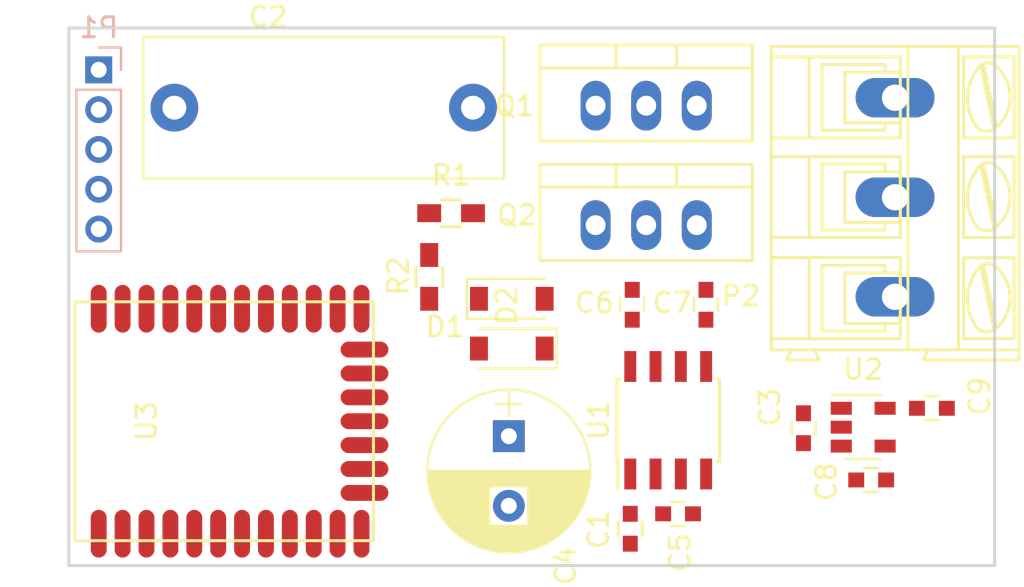
<source format=kicad_pcb>
(kicad_pcb (version 4) (host pcbnew 4.0.2-stable)

  (general
    (links 45)
    (no_connects 45)
    (area 140.924999 76.924999 187.575001 104.075001)
    (thickness 1.6)
    (drawings 4)
    (tracks 0)
    (zones 0)
    (modules 20)
    (nets 18)
  )

  (page A4)
  (layers
    (0 F.Cu signal)
    (31 B.Cu signal)
    (32 B.Adhes user)
    (33 F.Adhes user)
    (34 B.Paste user)
    (35 F.Paste user)
    (36 B.SilkS user)
    (37 F.SilkS user)
    (38 B.Mask user)
    (39 F.Mask user)
    (40 Dwgs.User user)
    (41 Cmts.User user)
    (42 Eco1.User user)
    (43 Eco2.User user)
    (44 Edge.Cuts user)
    (45 Margin user)
    (46 B.CrtYd user)
    (47 F.CrtYd user)
    (48 B.Fab user)
    (49 F.Fab user)
  )

  (setup
    (last_trace_width 0.25)
    (user_trace_width 0.3)
    (user_trace_width 0.5)
    (user_trace_width 0.7)
    (user_trace_width 0.9)
    (user_trace_width 1.1)
    (trace_clearance 0.2)
    (zone_clearance 0.508)
    (zone_45_only yes)
    (trace_min 0.2)
    (segment_width 0.2)
    (edge_width 0.15)
    (via_size 0.6)
    (via_drill 0.4)
    (via_min_size 0.4)
    (via_min_drill 0.3)
    (uvia_size 0.3)
    (uvia_drill 0.1)
    (uvias_allowed no)
    (uvia_min_size 0.2)
    (uvia_min_drill 0.1)
    (pcb_text_width 0.3)
    (pcb_text_size 1.5 1.5)
    (mod_edge_width 0.15)
    (mod_text_size 1 1)
    (mod_text_width 0.15)
    (pad_size 1.524 1.524)
    (pad_drill 0.762)
    (pad_to_mask_clearance 0.2)
    (aux_axis_origin 0 0)
    (visible_elements 7FFEFFFF)
    (pcbplotparams
      (layerselection 0x00030_80000001)
      (usegerberextensions false)
      (excludeedgelayer true)
      (linewidth 0.100000)
      (plotframeref false)
      (viasonmask false)
      (mode 1)
      (useauxorigin false)
      (hpglpennumber 1)
      (hpglpenspeed 20)
      (hpglpendiameter 15)
      (hpglpenoverlay 2)
      (psnegative false)
      (psa4output false)
      (plotreference true)
      (plotvalue true)
      (plotinvisibletext false)
      (padsonsilk false)
      (subtractmaskfromsilk false)
      (outputformat 1)
      (mirror false)
      (drillshape 1)
      (scaleselection 1)
      (outputdirectory ""))
  )

  (net 0 "")
  (net 1 GNDD)
  (net 2 /V+)
  (net 3 /V-)
  (net 4 /Gate)
  (net 5 GNDPWR)
  (net 6 "Net-(C2-Pad1)")
  (net 7 +6V)
  (net 8 "Net-(C5-Pad2)")
  (net 9 "Net-(C6-Pad2)")
  (net 10 "Net-(C7-Pad2)")
  (net 11 /DBG_RESET)
  (net 12 /DBG_CLK)
  (net 13 /DBG_SWD)
  (net 14 +3V3)
  (net 15 "Net-(C8-Pad1)")
  (net 16 "Net-(D1-Pad1)")
  (net 17 /OutputEn)

  (net_class Default "This is the default net class."
    (clearance 0.2)
    (trace_width 0.25)
    (via_dia 0.6)
    (via_drill 0.4)
    (uvia_dia 0.3)
    (uvia_drill 0.1)
    (add_net +3V3)
    (add_net +6V)
    (add_net /DBG_CLK)
    (add_net /DBG_RESET)
    (add_net /DBG_SWD)
    (add_net /Gate)
    (add_net /OutputEn)
    (add_net GNDD)
    (add_net "Net-(C2-Pad1)")
    (add_net "Net-(C5-Pad2)")
    (add_net "Net-(C6-Pad2)")
    (add_net "Net-(C7-Pad2)")
    (add_net "Net-(C8-Pad1)")
    (add_net "Net-(D1-Pad1)")
  )

  (net_class "High Votlage" ""
    (clearance 2.54)
    (trace_width 1)
    (via_dia 3)
    (via_drill 1)
    (uvia_dia 0.3)
    (uvia_drill 0.1)
    (add_net /V+)
    (add_net /V-)
    (add_net GNDPWR)
  )

  (module Capacitors_ThroughHole:CP_Radial_D8.0mm_P3.50mm (layer F.Cu) (tedit 58765D06) (tstamp 587FE5EB)
    (at 163.1 97.5 270)
    (descr "CP, Radial series, Radial, pin pitch=3.50mm, , diameter=8mm, Electrolytic Capacitor")
    (tags "CP Radial series Radial pin pitch 3.50mm  diameter 8mm Electrolytic Capacitor")
    (path /5878950B)
    (fp_text reference C4 (at 6.5 -2.85 270) (layer F.SilkS)
      (effects (font (size 1 1) (thickness 0.15)))
    )
    (fp_text value 100uF (at 1.75 5.06 270) (layer F.Fab)
      (effects (font (size 1 1) (thickness 0.15)))
    )
    (fp_line (start 6.1 -4.35) (end -2.6 -4.35) (layer F.CrtYd) (width 0.05))
    (fp_line (start 6.1 4.35) (end 6.1 -4.35) (layer F.CrtYd) (width 0.05))
    (fp_line (start -2.6 4.35) (end 6.1 4.35) (layer F.CrtYd) (width 0.05))
    (fp_line (start -2.6 -4.35) (end -2.6 4.35) (layer F.CrtYd) (width 0.05))
    (fp_line (start -1.6 -0.65) (end -1.6 0.65) (layer F.SilkS) (width 0.12))
    (fp_line (start -2.2 0) (end -1 0) (layer F.SilkS) (width 0.12))
    (fp_line (start 5.831 -0.246) (end 5.831 0.246) (layer F.SilkS) (width 0.12))
    (fp_line (start 5.791 -0.598) (end 5.791 0.598) (layer F.SilkS) (width 0.12))
    (fp_line (start 5.751 -0.814) (end 5.751 0.814) (layer F.SilkS) (width 0.12))
    (fp_line (start 5.711 -0.983) (end 5.711 0.983) (layer F.SilkS) (width 0.12))
    (fp_line (start 5.671 -1.127) (end 5.671 1.127) (layer F.SilkS) (width 0.12))
    (fp_line (start 5.631 -1.254) (end 5.631 1.254) (layer F.SilkS) (width 0.12))
    (fp_line (start 5.591 -1.369) (end 5.591 1.369) (layer F.SilkS) (width 0.12))
    (fp_line (start 5.551 -1.473) (end 5.551 1.473) (layer F.SilkS) (width 0.12))
    (fp_line (start 5.511 -1.57) (end 5.511 1.57) (layer F.SilkS) (width 0.12))
    (fp_line (start 5.471 -1.66) (end 5.471 1.66) (layer F.SilkS) (width 0.12))
    (fp_line (start 5.431 -1.745) (end 5.431 1.745) (layer F.SilkS) (width 0.12))
    (fp_line (start 5.391 -1.826) (end 5.391 1.826) (layer F.SilkS) (width 0.12))
    (fp_line (start 5.351 -1.902) (end 5.351 1.902) (layer F.SilkS) (width 0.12))
    (fp_line (start 5.311 -1.974) (end 5.311 1.974) (layer F.SilkS) (width 0.12))
    (fp_line (start 5.271 -2.043) (end 5.271 2.043) (layer F.SilkS) (width 0.12))
    (fp_line (start 5.231 -2.109) (end 5.231 2.109) (layer F.SilkS) (width 0.12))
    (fp_line (start 5.191 -2.173) (end 5.191 2.173) (layer F.SilkS) (width 0.12))
    (fp_line (start 5.151 -2.234) (end 5.151 2.234) (layer F.SilkS) (width 0.12))
    (fp_line (start 5.111 -2.293) (end 5.111 2.293) (layer F.SilkS) (width 0.12))
    (fp_line (start 5.071 -2.349) (end 5.071 2.349) (layer F.SilkS) (width 0.12))
    (fp_line (start 5.031 -2.404) (end 5.031 2.404) (layer F.SilkS) (width 0.12))
    (fp_line (start 4.991 -2.457) (end 4.991 2.457) (layer F.SilkS) (width 0.12))
    (fp_line (start 4.951 -2.508) (end 4.951 2.508) (layer F.SilkS) (width 0.12))
    (fp_line (start 4.911 -2.557) (end 4.911 2.557) (layer F.SilkS) (width 0.12))
    (fp_line (start 4.871 -2.605) (end 4.871 2.605) (layer F.SilkS) (width 0.12))
    (fp_line (start 4.831 -2.652) (end 4.831 2.652) (layer F.SilkS) (width 0.12))
    (fp_line (start 4.791 -2.697) (end 4.791 2.697) (layer F.SilkS) (width 0.12))
    (fp_line (start 4.751 -2.74) (end 4.751 2.74) (layer F.SilkS) (width 0.12))
    (fp_line (start 4.711 -2.783) (end 4.711 2.783) (layer F.SilkS) (width 0.12))
    (fp_line (start 4.671 -2.824) (end 4.671 2.824) (layer F.SilkS) (width 0.12))
    (fp_line (start 4.631 -2.865) (end 4.631 2.865) (layer F.SilkS) (width 0.12))
    (fp_line (start 4.591 -2.904) (end 4.591 2.904) (layer F.SilkS) (width 0.12))
    (fp_line (start 4.551 -2.942) (end 4.551 2.942) (layer F.SilkS) (width 0.12))
    (fp_line (start 4.511 -2.979) (end 4.511 2.979) (layer F.SilkS) (width 0.12))
    (fp_line (start 4.471 0.98) (end 4.471 3.015) (layer F.SilkS) (width 0.12))
    (fp_line (start 4.471 -3.015) (end 4.471 -0.98) (layer F.SilkS) (width 0.12))
    (fp_line (start 4.431 0.98) (end 4.431 3.05) (layer F.SilkS) (width 0.12))
    (fp_line (start 4.431 -3.05) (end 4.431 -0.98) (layer F.SilkS) (width 0.12))
    (fp_line (start 4.391 0.98) (end 4.391 3.084) (layer F.SilkS) (width 0.12))
    (fp_line (start 4.391 -3.084) (end 4.391 -0.98) (layer F.SilkS) (width 0.12))
    (fp_line (start 4.351 0.98) (end 4.351 3.118) (layer F.SilkS) (width 0.12))
    (fp_line (start 4.351 -3.118) (end 4.351 -0.98) (layer F.SilkS) (width 0.12))
    (fp_line (start 4.311 0.98) (end 4.311 3.15) (layer F.SilkS) (width 0.12))
    (fp_line (start 4.311 -3.15) (end 4.311 -0.98) (layer F.SilkS) (width 0.12))
    (fp_line (start 4.271 0.98) (end 4.271 3.182) (layer F.SilkS) (width 0.12))
    (fp_line (start 4.271 -3.182) (end 4.271 -0.98) (layer F.SilkS) (width 0.12))
    (fp_line (start 4.231 0.98) (end 4.231 3.213) (layer F.SilkS) (width 0.12))
    (fp_line (start 4.231 -3.213) (end 4.231 -0.98) (layer F.SilkS) (width 0.12))
    (fp_line (start 4.191 0.98) (end 4.191 3.243) (layer F.SilkS) (width 0.12))
    (fp_line (start 4.191 -3.243) (end 4.191 -0.98) (layer F.SilkS) (width 0.12))
    (fp_line (start 4.151 0.98) (end 4.151 3.272) (layer F.SilkS) (width 0.12))
    (fp_line (start 4.151 -3.272) (end 4.151 -0.98) (layer F.SilkS) (width 0.12))
    (fp_line (start 4.111 0.98) (end 4.111 3.301) (layer F.SilkS) (width 0.12))
    (fp_line (start 4.111 -3.301) (end 4.111 -0.98) (layer F.SilkS) (width 0.12))
    (fp_line (start 4.071 0.98) (end 4.071 3.329) (layer F.SilkS) (width 0.12))
    (fp_line (start 4.071 -3.329) (end 4.071 -0.98) (layer F.SilkS) (width 0.12))
    (fp_line (start 4.031 0.98) (end 4.031 3.356) (layer F.SilkS) (width 0.12))
    (fp_line (start 4.031 -3.356) (end 4.031 -0.98) (layer F.SilkS) (width 0.12))
    (fp_line (start 3.991 0.98) (end 3.991 3.383) (layer F.SilkS) (width 0.12))
    (fp_line (start 3.991 -3.383) (end 3.991 -0.98) (layer F.SilkS) (width 0.12))
    (fp_line (start 3.951 0.98) (end 3.951 3.408) (layer F.SilkS) (width 0.12))
    (fp_line (start 3.951 -3.408) (end 3.951 -0.98) (layer F.SilkS) (width 0.12))
    (fp_line (start 3.911 0.98) (end 3.911 3.434) (layer F.SilkS) (width 0.12))
    (fp_line (start 3.911 -3.434) (end 3.911 -0.98) (layer F.SilkS) (width 0.12))
    (fp_line (start 3.871 0.98) (end 3.871 3.458) (layer F.SilkS) (width 0.12))
    (fp_line (start 3.871 -3.458) (end 3.871 -0.98) (layer F.SilkS) (width 0.12))
    (fp_line (start 3.831 0.98) (end 3.831 3.482) (layer F.SilkS) (width 0.12))
    (fp_line (start 3.831 -3.482) (end 3.831 -0.98) (layer F.SilkS) (width 0.12))
    (fp_line (start 3.791 0.98) (end 3.791 3.505) (layer F.SilkS) (width 0.12))
    (fp_line (start 3.791 -3.505) (end 3.791 -0.98) (layer F.SilkS) (width 0.12))
    (fp_line (start 3.751 0.98) (end 3.751 3.528) (layer F.SilkS) (width 0.12))
    (fp_line (start 3.751 -3.528) (end 3.751 -0.98) (layer F.SilkS) (width 0.12))
    (fp_line (start 3.711 0.98) (end 3.711 3.55) (layer F.SilkS) (width 0.12))
    (fp_line (start 3.711 -3.55) (end 3.711 -0.98) (layer F.SilkS) (width 0.12))
    (fp_line (start 3.671 0.98) (end 3.671 3.572) (layer F.SilkS) (width 0.12))
    (fp_line (start 3.671 -3.572) (end 3.671 -0.98) (layer F.SilkS) (width 0.12))
    (fp_line (start 3.631 0.98) (end 3.631 3.593) (layer F.SilkS) (width 0.12))
    (fp_line (start 3.631 -3.593) (end 3.631 -0.98) (layer F.SilkS) (width 0.12))
    (fp_line (start 3.591 0.98) (end 3.591 3.613) (layer F.SilkS) (width 0.12))
    (fp_line (start 3.591 -3.613) (end 3.591 -0.98) (layer F.SilkS) (width 0.12))
    (fp_line (start 3.551 0.98) (end 3.551 3.633) (layer F.SilkS) (width 0.12))
    (fp_line (start 3.551 -3.633) (end 3.551 -0.98) (layer F.SilkS) (width 0.12))
    (fp_line (start 3.511 0.98) (end 3.511 3.652) (layer F.SilkS) (width 0.12))
    (fp_line (start 3.511 -3.652) (end 3.511 -0.98) (layer F.SilkS) (width 0.12))
    (fp_line (start 3.471 0.98) (end 3.471 3.671) (layer F.SilkS) (width 0.12))
    (fp_line (start 3.471 -3.671) (end 3.471 -0.98) (layer F.SilkS) (width 0.12))
    (fp_line (start 3.431 0.98) (end 3.431 3.69) (layer F.SilkS) (width 0.12))
    (fp_line (start 3.431 -3.69) (end 3.431 -0.98) (layer F.SilkS) (width 0.12))
    (fp_line (start 3.391 0.98) (end 3.391 3.707) (layer F.SilkS) (width 0.12))
    (fp_line (start 3.391 -3.707) (end 3.391 -0.98) (layer F.SilkS) (width 0.12))
    (fp_line (start 3.351 0.98) (end 3.351 3.725) (layer F.SilkS) (width 0.12))
    (fp_line (start 3.351 -3.725) (end 3.351 -0.98) (layer F.SilkS) (width 0.12))
    (fp_line (start 3.311 0.98) (end 3.311 3.741) (layer F.SilkS) (width 0.12))
    (fp_line (start 3.311 -3.741) (end 3.311 -0.98) (layer F.SilkS) (width 0.12))
    (fp_line (start 3.271 0.98) (end 3.271 3.758) (layer F.SilkS) (width 0.12))
    (fp_line (start 3.271 -3.758) (end 3.271 -0.98) (layer F.SilkS) (width 0.12))
    (fp_line (start 3.231 0.98) (end 3.231 3.773) (layer F.SilkS) (width 0.12))
    (fp_line (start 3.231 -3.773) (end 3.231 -0.98) (layer F.SilkS) (width 0.12))
    (fp_line (start 3.191 0.98) (end 3.191 3.789) (layer F.SilkS) (width 0.12))
    (fp_line (start 3.191 -3.789) (end 3.191 -0.98) (layer F.SilkS) (width 0.12))
    (fp_line (start 3.151 0.98) (end 3.151 3.803) (layer F.SilkS) (width 0.12))
    (fp_line (start 3.151 -3.803) (end 3.151 -0.98) (layer F.SilkS) (width 0.12))
    (fp_line (start 3.111 0.98) (end 3.111 3.818) (layer F.SilkS) (width 0.12))
    (fp_line (start 3.111 -3.818) (end 3.111 -0.98) (layer F.SilkS) (width 0.12))
    (fp_line (start 3.071 0.98) (end 3.071 3.832) (layer F.SilkS) (width 0.12))
    (fp_line (start 3.071 -3.832) (end 3.071 -0.98) (layer F.SilkS) (width 0.12))
    (fp_line (start 3.031 0.98) (end 3.031 3.845) (layer F.SilkS) (width 0.12))
    (fp_line (start 3.031 -3.845) (end 3.031 -0.98) (layer F.SilkS) (width 0.12))
    (fp_line (start 2.991 0.98) (end 2.991 3.858) (layer F.SilkS) (width 0.12))
    (fp_line (start 2.991 -3.858) (end 2.991 -0.98) (layer F.SilkS) (width 0.12))
    (fp_line (start 2.951 0.98) (end 2.951 3.87) (layer F.SilkS) (width 0.12))
    (fp_line (start 2.951 -3.87) (end 2.951 -0.98) (layer F.SilkS) (width 0.12))
    (fp_line (start 2.911 0.98) (end 2.911 3.883) (layer F.SilkS) (width 0.12))
    (fp_line (start 2.911 -3.883) (end 2.911 -0.98) (layer F.SilkS) (width 0.12))
    (fp_line (start 2.871 0.98) (end 2.871 3.894) (layer F.SilkS) (width 0.12))
    (fp_line (start 2.871 -3.894) (end 2.871 -0.98) (layer F.SilkS) (width 0.12))
    (fp_line (start 2.831 0.98) (end 2.831 3.905) (layer F.SilkS) (width 0.12))
    (fp_line (start 2.831 -3.905) (end 2.831 -0.98) (layer F.SilkS) (width 0.12))
    (fp_line (start 2.791 0.98) (end 2.791 3.916) (layer F.SilkS) (width 0.12))
    (fp_line (start 2.791 -3.916) (end 2.791 -0.98) (layer F.SilkS) (width 0.12))
    (fp_line (start 2.751 0.98) (end 2.751 3.926) (layer F.SilkS) (width 0.12))
    (fp_line (start 2.751 -3.926) (end 2.751 -0.98) (layer F.SilkS) (width 0.12))
    (fp_line (start 2.711 0.98) (end 2.711 3.936) (layer F.SilkS) (width 0.12))
    (fp_line (start 2.711 -3.936) (end 2.711 -0.98) (layer F.SilkS) (width 0.12))
    (fp_line (start 2.671 0.98) (end 2.671 3.946) (layer F.SilkS) (width 0.12))
    (fp_line (start 2.671 -3.946) (end 2.671 -0.98) (layer F.SilkS) (width 0.12))
    (fp_line (start 2.631 0.98) (end 2.631 3.955) (layer F.SilkS) (width 0.12))
    (fp_line (start 2.631 -3.955) (end 2.631 -0.98) (layer F.SilkS) (width 0.12))
    (fp_line (start 2.591 0.98) (end 2.591 3.963) (layer F.SilkS) (width 0.12))
    (fp_line (start 2.591 -3.963) (end 2.591 -0.98) (layer F.SilkS) (width 0.12))
    (fp_line (start 2.551 0.98) (end 2.551 3.971) (layer F.SilkS) (width 0.12))
    (fp_line (start 2.551 -3.971) (end 2.551 -0.98) (layer F.SilkS) (width 0.12))
    (fp_line (start 2.511 -3.979) (end 2.511 3.979) (layer F.SilkS) (width 0.12))
    (fp_line (start 2.471 -3.987) (end 2.471 3.987) (layer F.SilkS) (width 0.12))
    (fp_line (start 2.43 -3.994) (end 2.43 3.994) (layer F.SilkS) (width 0.12))
    (fp_line (start 2.39 -4) (end 2.39 4) (layer F.SilkS) (width 0.12))
    (fp_line (start 2.35 -4.006) (end 2.35 4.006) (layer F.SilkS) (width 0.12))
    (fp_line (start 2.31 -4.012) (end 2.31 4.012) (layer F.SilkS) (width 0.12))
    (fp_line (start 2.27 -4.017) (end 2.27 4.017) (layer F.SilkS) (width 0.12))
    (fp_line (start 2.23 -4.022) (end 2.23 4.022) (layer F.SilkS) (width 0.12))
    (fp_line (start 2.19 -4.027) (end 2.19 4.027) (layer F.SilkS) (width 0.12))
    (fp_line (start 2.15 -4.031) (end 2.15 4.031) (layer F.SilkS) (width 0.12))
    (fp_line (start 2.11 -4.035) (end 2.11 4.035) (layer F.SilkS) (width 0.12))
    (fp_line (start 2.07 -4.038) (end 2.07 4.038) (layer F.SilkS) (width 0.12))
    (fp_line (start 2.03 -4.041) (end 2.03 4.041) (layer F.SilkS) (width 0.12))
    (fp_line (start 1.99 -4.043) (end 1.99 4.043) (layer F.SilkS) (width 0.12))
    (fp_line (start 1.95 -4.046) (end 1.95 4.046) (layer F.SilkS) (width 0.12))
    (fp_line (start 1.91 -4.047) (end 1.91 4.047) (layer F.SilkS) (width 0.12))
    (fp_line (start 1.87 -4.049) (end 1.87 4.049) (layer F.SilkS) (width 0.12))
    (fp_line (start 1.83 -4.05) (end 1.83 4.05) (layer F.SilkS) (width 0.12))
    (fp_line (start 1.79 -4.05) (end 1.79 4.05) (layer F.SilkS) (width 0.12))
    (fp_line (start 1.75 -4.05) (end 1.75 4.05) (layer F.SilkS) (width 0.12))
    (fp_line (start -1.6 -0.65) (end -1.6 0.65) (layer F.Fab) (width 0.1))
    (fp_line (start -2.2 0) (end -1 0) (layer F.Fab) (width 0.1))
    (fp_circle (center 1.75 0) (end 5.84 0) (layer F.SilkS) (width 0.12))
    (fp_circle (center 1.75 0) (end 5.75 0) (layer F.Fab) (width 0.1))
    (pad 2 thru_hole circle (at 3.5 0 270) (size 1.6 1.6) (drill 0.8) (layers *.Cu *.Mask)
      (net 1 GNDD))
    (pad 1 thru_hole rect (at 0 0 270) (size 1.6 1.6) (drill 0.8) (layers *.Cu *.Mask)
      (net 7 +6V))
    (model Capacitors_ThroughHole.3dshapes/CP_Radial_D8.0mm_P3.50mm.wrl
      (at (xyz 0 0 0))
      (scale (xyz 0.393701 0.393701 0.393701))
      (rotate (xyz 0 0 0))
    )
  )

  (module Capacitors_SMD:C_0603 (layer F.Cu) (tedit 5415D631) (tstamp 586CBE1A)
    (at 169.2 102.15 270)
    (descr "Capacitor SMD 0603, reflow soldering, AVX (see smccp.pdf)")
    (tags "capacitor 0603")
    (path /586CD1D7)
    (attr smd)
    (fp_text reference C1 (at 0.05 1.6 270) (layer F.SilkS)
      (effects (font (size 1 1) (thickness 0.15)))
    )
    (fp_text value 100nF (at 0 1.9 270) (layer F.Fab)
      (effects (font (size 1 1) (thickness 0.15)))
    )
    (fp_line (start -0.8 0.4) (end -0.8 -0.4) (layer F.Fab) (width 0.15))
    (fp_line (start 0.8 0.4) (end -0.8 0.4) (layer F.Fab) (width 0.15))
    (fp_line (start 0.8 -0.4) (end 0.8 0.4) (layer F.Fab) (width 0.15))
    (fp_line (start -0.8 -0.4) (end 0.8 -0.4) (layer F.Fab) (width 0.15))
    (fp_line (start -1.45 -0.75) (end 1.45 -0.75) (layer F.CrtYd) (width 0.05))
    (fp_line (start -1.45 0.75) (end 1.45 0.75) (layer F.CrtYd) (width 0.05))
    (fp_line (start -1.45 -0.75) (end -1.45 0.75) (layer F.CrtYd) (width 0.05))
    (fp_line (start 1.45 -0.75) (end 1.45 0.75) (layer F.CrtYd) (width 0.05))
    (fp_line (start -0.35 -0.6) (end 0.35 -0.6) (layer F.SilkS) (width 0.15))
    (fp_line (start 0.35 0.6) (end -0.35 0.6) (layer F.SilkS) (width 0.15))
    (pad 1 smd rect (at -0.75 0 270) (size 0.8 0.75) (layers F.Cu F.Paste F.Mask)
      (net 14 +3V3))
    (pad 2 smd rect (at 0.75 0 270) (size 0.8 0.75) (layers F.Cu F.Paste F.Mask)
      (net 1 GNDD))
    (model Capacitors_SMD.3dshapes/C_0603.wrl
      (at (xyz 0 0 0))
      (scale (xyz 1 1 1))
      (rotate (xyz 0 0 0))
    )
  )

  (module Housings_SOIC:SOIC-8_3.9x4.9mm_Pitch1.27mm (layer F.Cu) (tedit 54130A77) (tstamp 586CBE88)
    (at 171.105 96.7 90)
    (descr "8-Lead Plastic Small Outline (SN) - Narrow, 3.90 mm Body [SOIC] (see Microchip Packaging Specification 00000049BS.pdf)")
    (tags "SOIC 1.27")
    (path /586CCDD7)
    (attr smd)
    (fp_text reference U1 (at 0 -3.5 90) (layer F.SilkS)
      (effects (font (size 1 1) (thickness 0.15)))
    )
    (fp_text value Si8751 (at 0 3.5 90) (layer F.Fab)
      (effects (font (size 1 1) (thickness 0.15)))
    )
    (fp_line (start -0.95 -2.45) (end 1.95 -2.45) (layer F.Fab) (width 0.15))
    (fp_line (start 1.95 -2.45) (end 1.95 2.45) (layer F.Fab) (width 0.15))
    (fp_line (start 1.95 2.45) (end -1.95 2.45) (layer F.Fab) (width 0.15))
    (fp_line (start -1.95 2.45) (end -1.95 -1.45) (layer F.Fab) (width 0.15))
    (fp_line (start -1.95 -1.45) (end -0.95 -2.45) (layer F.Fab) (width 0.15))
    (fp_line (start -3.75 -2.75) (end -3.75 2.75) (layer F.CrtYd) (width 0.05))
    (fp_line (start 3.75 -2.75) (end 3.75 2.75) (layer F.CrtYd) (width 0.05))
    (fp_line (start -3.75 -2.75) (end 3.75 -2.75) (layer F.CrtYd) (width 0.05))
    (fp_line (start -3.75 2.75) (end 3.75 2.75) (layer F.CrtYd) (width 0.05))
    (fp_line (start -2.075 -2.575) (end -2.075 -2.525) (layer F.SilkS) (width 0.15))
    (fp_line (start 2.075 -2.575) (end 2.075 -2.43) (layer F.SilkS) (width 0.15))
    (fp_line (start 2.075 2.575) (end 2.075 2.43) (layer F.SilkS) (width 0.15))
    (fp_line (start -2.075 2.575) (end -2.075 2.43) (layer F.SilkS) (width 0.15))
    (fp_line (start -2.075 -2.575) (end 2.075 -2.575) (layer F.SilkS) (width 0.15))
    (fp_line (start -2.075 2.575) (end 2.075 2.575) (layer F.SilkS) (width 0.15))
    (fp_line (start -2.075 -2.525) (end -3.475 -2.525) (layer F.SilkS) (width 0.15))
    (pad 1 smd rect (at -2.7 -1.905 90) (size 1.55 0.6) (layers F.Cu F.Paste F.Mask)
      (net 14 +3V3))
    (pad 2 smd rect (at -2.7 -0.635 90) (size 1.55 0.6) (layers F.Cu F.Paste F.Mask)
      (net 8 "Net-(C5-Pad2)"))
    (pad 3 smd rect (at -2.7 0.635 90) (size 1.55 0.6) (layers F.Cu F.Paste F.Mask)
      (net 17 /OutputEn))
    (pad 4 smd rect (at -2.7 1.905 90) (size 1.55 0.6) (layers F.Cu F.Paste F.Mask)
      (net 1 GNDD))
    (pad 5 smd rect (at 2.7 1.905 90) (size 1.55 0.6) (layers F.Cu F.Paste F.Mask)
      (net 10 "Net-(C7-Pad2)"))
    (pad 6 smd rect (at 2.7 0.635 90) (size 1.55 0.6) (layers F.Cu F.Paste F.Mask)
      (net 5 GNDPWR))
    (pad 7 smd rect (at 2.7 -0.635 90) (size 1.55 0.6) (layers F.Cu F.Paste F.Mask)
      (net 4 /Gate))
    (pad 8 smd rect (at 2.7 -1.905 90) (size 1.55 0.6) (layers F.Cu F.Paste F.Mask)
      (net 9 "Net-(C6-Pad2)"))
    (model Housings_SOIC.3dshapes/SOIC-8_3.9x4.9mm_Pitch1.27mm.wrl
      (at (xyz 0 0 0))
      (scale (xyz 1 1 1))
      (rotate (xyz 0 0 0))
    )
  )

  (module Capacitors_SMD:C_0603 (layer F.Cu) (tedit 5415D631) (tstamp 58783844)
    (at 171.6 101.4 180)
    (descr "Capacitor SMD 0603, reflow soldering, AVX (see smccp.pdf)")
    (tags "capacitor 0603")
    (path /586D0AAA)
    (attr smd)
    (fp_text reference C5 (at -0.1 -1.95 270) (layer F.SilkS)
      (effects (font (size 1 1) (thickness 0.15)))
    )
    (fp_text value 100nF (at 0 1.9 180) (layer F.Fab)
      (effects (font (size 1 1) (thickness 0.15)))
    )
    (fp_line (start -0.8 0.4) (end -0.8 -0.4) (layer F.Fab) (width 0.1))
    (fp_line (start 0.8 0.4) (end -0.8 0.4) (layer F.Fab) (width 0.1))
    (fp_line (start 0.8 -0.4) (end 0.8 0.4) (layer F.Fab) (width 0.1))
    (fp_line (start -0.8 -0.4) (end 0.8 -0.4) (layer F.Fab) (width 0.1))
    (fp_line (start -1.45 -0.75) (end 1.45 -0.75) (layer F.CrtYd) (width 0.05))
    (fp_line (start -1.45 0.75) (end 1.45 0.75) (layer F.CrtYd) (width 0.05))
    (fp_line (start -1.45 -0.75) (end -1.45 0.75) (layer F.CrtYd) (width 0.05))
    (fp_line (start 1.45 -0.75) (end 1.45 0.75) (layer F.CrtYd) (width 0.05))
    (fp_line (start -0.35 -0.6) (end 0.35 -0.6) (layer F.SilkS) (width 0.12))
    (fp_line (start 0.35 0.6) (end -0.35 0.6) (layer F.SilkS) (width 0.12))
    (pad 1 smd rect (at -0.75 0 180) (size 0.8 0.75) (layers F.Cu F.Paste F.Mask)
      (net 1 GNDD))
    (pad 2 smd rect (at 0.75 0 180) (size 0.8 0.75) (layers F.Cu F.Paste F.Mask)
      (net 8 "Net-(C5-Pad2)"))
    (model Capacitors_SMD.3dshapes/C_0603.wrl
      (at (xyz 0 0 0))
      (scale (xyz 1 1 1))
      (rotate (xyz 0 0 0))
    )
  )

  (module Capacitors_SMD:C_0603 (layer F.Cu) (tedit 5415D631) (tstamp 5878384A)
    (at 169.3 90.9 270)
    (descr "Capacitor SMD 0603, reflow soldering, AVX (see smccp.pdf)")
    (tags "capacitor 0603")
    (path /586D08C7)
    (attr smd)
    (fp_text reference C6 (at -0.1 1.9 360) (layer F.SilkS)
      (effects (font (size 1 1) (thickness 0.15)))
    )
    (fp_text value 10pF (at 0 1.9 270) (layer F.Fab)
      (effects (font (size 1 1) (thickness 0.15)))
    )
    (fp_line (start -0.8 0.4) (end -0.8 -0.4) (layer F.Fab) (width 0.1))
    (fp_line (start 0.8 0.4) (end -0.8 0.4) (layer F.Fab) (width 0.1))
    (fp_line (start 0.8 -0.4) (end 0.8 0.4) (layer F.Fab) (width 0.1))
    (fp_line (start -0.8 -0.4) (end 0.8 -0.4) (layer F.Fab) (width 0.1))
    (fp_line (start -1.45 -0.75) (end 1.45 -0.75) (layer F.CrtYd) (width 0.05))
    (fp_line (start -1.45 0.75) (end 1.45 0.75) (layer F.CrtYd) (width 0.05))
    (fp_line (start -1.45 -0.75) (end -1.45 0.75) (layer F.CrtYd) (width 0.05))
    (fp_line (start 1.45 -0.75) (end 1.45 0.75) (layer F.CrtYd) (width 0.05))
    (fp_line (start -0.35 -0.6) (end 0.35 -0.6) (layer F.SilkS) (width 0.12))
    (fp_line (start 0.35 0.6) (end -0.35 0.6) (layer F.SilkS) (width 0.12))
    (pad 1 smd rect (at -0.75 0 270) (size 0.8 0.75) (layers F.Cu F.Paste F.Mask)
      (net 2 /V+))
    (pad 2 smd rect (at 0.75 0 270) (size 0.8 0.75) (layers F.Cu F.Paste F.Mask)
      (net 9 "Net-(C6-Pad2)"))
    (model Capacitors_SMD.3dshapes/C_0603.wrl
      (at (xyz 0 0 0))
      (scale (xyz 1 1 1))
      (rotate (xyz 0 0 0))
    )
  )

  (module Capacitors_SMD:C_0603 (layer F.Cu) (tedit 5415D631) (tstamp 58783850)
    (at 173 90.9 270)
    (descr "Capacitor SMD 0603, reflow soldering, AVX (see smccp.pdf)")
    (tags "capacitor 0603")
    (path /586D083B)
    (attr smd)
    (fp_text reference C7 (at -0.1 1.7 360) (layer F.SilkS)
      (effects (font (size 1 1) (thickness 0.15)))
    )
    (fp_text value 10pF (at 0 1.9 270) (layer F.Fab)
      (effects (font (size 1 1) (thickness 0.15)))
    )
    (fp_line (start -0.8 0.4) (end -0.8 -0.4) (layer F.Fab) (width 0.1))
    (fp_line (start 0.8 0.4) (end -0.8 0.4) (layer F.Fab) (width 0.1))
    (fp_line (start 0.8 -0.4) (end 0.8 0.4) (layer F.Fab) (width 0.1))
    (fp_line (start -0.8 -0.4) (end 0.8 -0.4) (layer F.Fab) (width 0.1))
    (fp_line (start -1.45 -0.75) (end 1.45 -0.75) (layer F.CrtYd) (width 0.05))
    (fp_line (start -1.45 0.75) (end 1.45 0.75) (layer F.CrtYd) (width 0.05))
    (fp_line (start -1.45 -0.75) (end -1.45 0.75) (layer F.CrtYd) (width 0.05))
    (fp_line (start 1.45 -0.75) (end 1.45 0.75) (layer F.CrtYd) (width 0.05))
    (fp_line (start -0.35 -0.6) (end 0.35 -0.6) (layer F.SilkS) (width 0.12))
    (fp_line (start 0.35 0.6) (end -0.35 0.6) (layer F.SilkS) (width 0.12))
    (pad 1 smd rect (at -0.75 0 270) (size 0.8 0.75) (layers F.Cu F.Paste F.Mask)
      (net 3 /V-))
    (pad 2 smd rect (at 0.75 0 270) (size 0.8 0.75) (layers F.Cu F.Paste F.Mask)
      (net 10 "Net-(C7-Pad2)"))
    (model Capacitors_SMD.3dshapes/C_0603.wrl
      (at (xyz 0 0 0))
      (scale (xyz 1 1 1))
      (rotate (xyz 0 0 0))
    )
  )

  (module Diodes_SMD:D_SOD-123 (layer F.Cu) (tedit 58645DC7) (tstamp 58783868)
    (at 163.25 90.6)
    (descr SOD-123)
    (tags SOD-123)
    (path /5877FBDD)
    (attr smd)
    (fp_text reference D1 (at -3.35 1.4) (layer F.SilkS)
      (effects (font (size 1 1) (thickness 0.15)))
    )
    (fp_text value 6.3V (at 0 2.1) (layer F.Fab)
      (effects (font (size 1 1) (thickness 0.15)))
    )
    (fp_line (start -2.25 -1) (end -2.25 1) (layer F.SilkS) (width 0.12))
    (fp_line (start 0.25 0) (end 0.75 0) (layer F.Fab) (width 0.1))
    (fp_line (start 0.25 0.4) (end -0.35 0) (layer F.Fab) (width 0.1))
    (fp_line (start 0.25 -0.4) (end 0.25 0.4) (layer F.Fab) (width 0.1))
    (fp_line (start -0.35 0) (end 0.25 -0.4) (layer F.Fab) (width 0.1))
    (fp_line (start -0.35 0) (end -0.35 0.55) (layer F.Fab) (width 0.1))
    (fp_line (start -0.35 0) (end -0.35 -0.55) (layer F.Fab) (width 0.1))
    (fp_line (start -0.75 0) (end -0.35 0) (layer F.Fab) (width 0.1))
    (fp_line (start -1.4 0.9) (end -1.4 -0.9) (layer F.Fab) (width 0.1))
    (fp_line (start 1.4 0.9) (end -1.4 0.9) (layer F.Fab) (width 0.1))
    (fp_line (start 1.4 -0.9) (end 1.4 0.9) (layer F.Fab) (width 0.1))
    (fp_line (start -1.4 -0.9) (end 1.4 -0.9) (layer F.Fab) (width 0.1))
    (fp_line (start -2.35 -1.15) (end 2.35 -1.15) (layer F.CrtYd) (width 0.05))
    (fp_line (start 2.35 -1.15) (end 2.35 1.15) (layer F.CrtYd) (width 0.05))
    (fp_line (start 2.35 1.15) (end -2.35 1.15) (layer F.CrtYd) (width 0.05))
    (fp_line (start -2.35 -1.15) (end -2.35 1.15) (layer F.CrtYd) (width 0.05))
    (fp_line (start -2.25 1) (end 1.65 1) (layer F.SilkS) (width 0.12))
    (fp_line (start -2.25 -1) (end 1.65 -1) (layer F.SilkS) (width 0.12))
    (pad 1 smd rect (at -1.65 0) (size 0.9 1.2) (layers F.Cu F.Paste F.Mask)
      (net 16 "Net-(D1-Pad1)"))
    (pad 2 smd rect (at 1.65 0) (size 0.9 1.2) (layers F.Cu F.Paste F.Mask)
      (net 1 GNDD))
    (model d:/Dropbox/Elektronika/Libraries/3dmodels/smd_diode/sod123.wrl
      (at (xyz 0 0 0))
      (scale (xyz 1 1 1))
      (rotate (xyz 0 0 0))
    )
  )

  (module Diodes_SMD:D_SOD-123 (layer F.Cu) (tedit 58645DC7) (tstamp 58783880)
    (at 163.25 93.1 180)
    (descr SOD-123)
    (tags SOD-123)
    (path /5877FC57)
    (attr smd)
    (fp_text reference D2 (at 0.25 2.15 270) (layer F.SilkS)
      (effects (font (size 1 1) (thickness 0.15)))
    )
    (fp_text value 1N4148 (at 0 2.1 180) (layer F.Fab)
      (effects (font (size 1 1) (thickness 0.15)))
    )
    (fp_line (start -2.25 -1) (end -2.25 1) (layer F.SilkS) (width 0.12))
    (fp_line (start 0.25 0) (end 0.75 0) (layer F.Fab) (width 0.1))
    (fp_line (start 0.25 0.4) (end -0.35 0) (layer F.Fab) (width 0.1))
    (fp_line (start 0.25 -0.4) (end 0.25 0.4) (layer F.Fab) (width 0.1))
    (fp_line (start -0.35 0) (end 0.25 -0.4) (layer F.Fab) (width 0.1))
    (fp_line (start -0.35 0) (end -0.35 0.55) (layer F.Fab) (width 0.1))
    (fp_line (start -0.35 0) (end -0.35 -0.55) (layer F.Fab) (width 0.1))
    (fp_line (start -0.75 0) (end -0.35 0) (layer F.Fab) (width 0.1))
    (fp_line (start -1.4 0.9) (end -1.4 -0.9) (layer F.Fab) (width 0.1))
    (fp_line (start 1.4 0.9) (end -1.4 0.9) (layer F.Fab) (width 0.1))
    (fp_line (start 1.4 -0.9) (end 1.4 0.9) (layer F.Fab) (width 0.1))
    (fp_line (start -1.4 -0.9) (end 1.4 -0.9) (layer F.Fab) (width 0.1))
    (fp_line (start -2.35 -1.15) (end 2.35 -1.15) (layer F.CrtYd) (width 0.05))
    (fp_line (start 2.35 -1.15) (end 2.35 1.15) (layer F.CrtYd) (width 0.05))
    (fp_line (start 2.35 1.15) (end -2.35 1.15) (layer F.CrtYd) (width 0.05))
    (fp_line (start -2.35 -1.15) (end -2.35 1.15) (layer F.CrtYd) (width 0.05))
    (fp_line (start -2.25 1) (end 1.65 1) (layer F.SilkS) (width 0.12))
    (fp_line (start -2.25 -1) (end 1.65 -1) (layer F.SilkS) (width 0.12))
    (pad 1 smd rect (at -1.65 0 180) (size 0.9 1.2) (layers F.Cu F.Paste F.Mask)
      (net 7 +6V))
    (pad 2 smd rect (at 1.65 0 180) (size 0.9 1.2) (layers F.Cu F.Paste F.Mask)
      (net 16 "Net-(D1-Pad1)"))
    (model d:/Dropbox/Elektronika/Libraries/3dmodels/smd_diode/sod123.wrl
      (at (xyz 0 0 0))
      (scale (xyz 1 1 1))
      (rotate (xyz 0 0 0))
    )
  )

  (module "Tibi lib KiCAD:BGM111" (layer F.Cu) (tedit 57F36BA2) (tstamp 587839AA)
    (at 142.5 96.75 90)
    (path /5877EA27)
    (fp_text reference U3 (at 0 2.4 90) (layer F.SilkS)
      (effects (font (size 1 1) (thickness 0.15)))
    )
    (fp_text value BGM111 (at 0 10.8 90) (layer F.Fab)
      (effects (font (size 1 1) (thickness 0.15)))
    )
    (fp_line (start -6 -1.2) (end -6 13.8) (layer F.SilkS) (width 0.15))
    (fp_line (start -6 13.8) (end 6 13.8) (layer F.SilkS) (width 0.15))
    (fp_line (start 6 13.8) (end 6 -1.2) (layer F.SilkS) (width 0.15))
    (fp_line (start 6 -1.2) (end -6 -1.2) (layer F.SilkS) (width 0.15))
    (pad 1 smd oval (at -5.65 0 90) (size 2.4 0.8) (layers F.Cu F.Paste F.Mask)
      (net 1 GNDD))
    (pad 2 smd oval (at -5.65 1.2 90) (size 2.4 0.8) (layers F.Cu F.Paste F.Mask))
    (pad 3 smd oval (at -5.65 2.4 90) (size 2.4 0.8) (layers F.Cu F.Paste F.Mask))
    (pad 4 smd oval (at -5.65 3.6 90) (size 2.4 0.8) (layers F.Cu F.Paste F.Mask))
    (pad 5 smd oval (at -5.65 4.8 90) (size 2.4 0.8) (layers F.Cu F.Paste F.Mask))
    (pad 6 smd oval (at -5.65 6 90) (size 2.4 0.8) (layers F.Cu F.Paste F.Mask))
    (pad 7 smd oval (at -5.65 7.2 90) (size 2.4 0.8) (layers F.Cu F.Paste F.Mask))
    (pad 8 smd oval (at -5.65 8.4 90) (size 2.4 0.8) (layers F.Cu F.Paste F.Mask))
    (pad 9 smd oval (at -5.65 9.6 90) (size 2.4 0.8) (layers F.Cu F.Paste F.Mask))
    (pad 10 smd oval (at -5.65 10.8 90) (size 2.4 0.8) (layers F.Cu F.Paste F.Mask))
    (pad 11 smd oval (at -5.65 12 90) (size 2.4 0.8) (layers F.Cu F.Paste F.Mask))
    (pad 12 smd oval (at -5.65 13.2 90) (size 2.4 0.8) (layers F.Cu F.Paste F.Mask)
      (net 1 GNDD))
    (pad 13 smd oval (at -3.6 13.35 90) (size 0.8 2.4) (layers F.Cu F.Paste F.Mask)
      (net 17 /OutputEn))
    (pad 14 smd oval (at -2.4 13.35 90) (size 0.8 2.4) (layers F.Cu F.Paste F.Mask))
    (pad 15 smd oval (at -1.2 13.35 90) (size 0.8 2.4) (layers F.Cu F.Paste F.Mask))
    (pad 16 smd oval (at 0 13.35 90) (size 0.8 2.4) (layers F.Cu F.Paste F.Mask))
    (pad 17 smd oval (at 1.2 13.35 90) (size 0.8 2.4) (layers F.Cu F.Paste F.Mask))
    (pad 18 smd oval (at 2.4 13.35 90) (size 0.8 2.4) (layers F.Cu F.Paste F.Mask))
    (pad 19 smd oval (at 3.6 13.35 90) (size 0.8 2.4) (layers F.Cu F.Paste F.Mask))
    (pad 20 smd oval (at 5.65 13.2 90) (size 2.4 0.8) (layers F.Cu F.Paste F.Mask)
      (net 1 GNDD))
    (pad 21 smd oval (at 5.65 12 90) (size 2.4 0.8) (layers F.Cu F.Paste F.Mask)
      (net 12 /DBG_CLK))
    (pad 22 smd oval (at 5.65 10.8 90) (size 2.4 0.8) (layers F.Cu F.Paste F.Mask)
      (net 13 /DBG_SWD))
    (pad 23 smd oval (at 5.65 9.6 90) (size 2.4 0.8) (layers F.Cu F.Paste F.Mask))
    (pad 24 smd oval (at 5.65 8.4 90) (size 2.4 0.8) (layers F.Cu F.Paste F.Mask))
    (pad 25 smd oval (at 5.65 7.2 90) (size 2.4 0.8) (layers F.Cu F.Paste F.Mask))
    (pad 26 smd oval (at 5.65 6 90) (size 2.4 0.8) (layers F.Cu F.Paste F.Mask))
    (pad 27 smd oval (at 5.65 4.8 90) (size 2.4 0.8) (layers F.Cu F.Paste F.Mask))
    (pad 28 smd oval (at 5.65 3.6 90) (size 2.4 0.8) (layers F.Cu F.Paste F.Mask))
    (pad 29 smd oval (at 5.65 2.4 90) (size 2.4 0.8) (layers F.Cu F.Paste F.Mask)
      (net 14 +3V3))
    (pad 30 smd oval (at 5.65 1.2 90) (size 2.4 0.8) (layers F.Cu F.Paste F.Mask)
      (net 11 /DBG_RESET))
    (pad 31 smd oval (at 5.65 0 90) (size 2.4 0.8) (layers F.Cu F.Paste F.Mask)
      (net 1 GNDD))
    (model d:/Dropbox/Elektronika/Libraries/3dmodels/BGM111.wrl
      (at (xyz 0 0 0))
      (scale (xyz 1 1 1))
      (rotate (xyz 0 0 0))
    )
  )

  (module Connect:AK300-3 (layer F.Cu) (tedit 54791EF3) (tstamp 587C8D00)
    (at 182.5 80.5 270)
    (descr CONNECTOR)
    (tags CONNECTOR)
    (path /5877F490)
    (attr virtual)
    (fp_text reference P2 (at 9.95 7.75 360) (layer F.SilkS)
      (effects (font (size 1 1) (thickness 0.15)))
    )
    (fp_text value CONN_01X03 (at 2.754 7.737 270) (layer F.Fab)
      (effects (font (size 1 1) (thickness 0.15)))
    )
    (fp_line (start 13.418 -6.473) (end -2.83 -6.473) (layer F.CrtYd) (width 0.05))
    (fp_line (start 13.418 6.473) (end 13.418 -6.473) (layer F.CrtYd) (width 0.05))
    (fp_line (start -2.83 6.473) (end 13.418 6.473) (layer F.CrtYd) (width 0.05))
    (fp_line (start -2.83 -6.473) (end -2.83 6.473) (layer F.CrtYd) (width 0.05))
    (fp_line (start 12.66 -0.645) (end -2.5165 -0.645) (layer F.SilkS) (width 0.15))
    (fp_line (start 8.0245 3.9905) (end 8.0245 -0.264) (layer F.SilkS) (width 0.15))
    (fp_line (start 12.0885 6.213) (end 7.58 6.213) (layer F.SilkS) (width 0.15))
    (fp_line (start 7.58 -3.185) (end 12.5965 -3.185) (layer F.SilkS) (width 0.15))
    (fp_line (start -2.58 -6.233) (end 12.66 -6.233) (layer F.SilkS) (width 0.15))
    (fp_arc (start 8.9262 -4.65566) (end 8.63664 -4.1375) (angle 104.2) (layer F.SilkS) (width 0.15))
    (fp_arc (start 10.04126 -3.7184) (end 8.4436 -5.0138) (angle 100) (layer F.SilkS) (width 0.15))
    (fp_arc (start 10.12 -6.0806) (end 11.58304 -4.12734) (angle 75.5) (layer F.SilkS) (width 0.15))
    (fp_arc (start 11.0852 -4.60486) (end 11.59066 -5.06206) (angle 90.5) (layer F.SilkS) (width 0.15))
    (fp_line (start 8.4182 -0.264) (end 11.7202 -0.264) (layer F.SilkS) (width 0.15))
    (fp_line (start 8.0372 -0.264) (end 8.4182 -0.264) (layer F.SilkS) (width 0.15))
    (fp_line (start 12.1012 -0.264) (end 11.7202 -0.264) (layer F.SilkS) (width 0.15))
    (fp_line (start 8.5706 -4.328) (end 11.6186 -4.963) (layer F.SilkS) (width 0.15))
    (fp_line (start 8.4436 -4.455) (end 11.4916 -5.09) (layer F.SilkS) (width 0.15))
    (fp_line (start 12.1012 -3.439) (end 8.0372 -3.439) (layer F.SilkS) (width 0.15))
    (fp_line (start 12.1012 -5.979) (end 12.1012 -3.439) (layer F.SilkS) (width 0.15))
    (fp_line (start 8.0372 -5.979) (end 12.1012 -5.979) (layer F.SilkS) (width 0.15))
    (fp_line (start 8.0372 -3.439) (end 8.0372 -5.979) (layer F.SilkS) (width 0.15))
    (fp_line (start 12.66 -3.185) (end 12.66 -1.661) (layer F.SilkS) (width 0.15))
    (fp_line (start 12.66 -0.645) (end 12.66 4.054) (layer F.SilkS) (width 0.15))
    (fp_line (start 12.66 -1.661) (end 12.66 -0.645) (layer F.SilkS) (width 0.15))
    (fp_line (start 11.7202 0.498) (end 11.3392 0.498) (layer F.SilkS) (width 0.15))
    (fp_line (start 8.4182 0.498) (end 8.7992 0.498) (layer F.SilkS) (width 0.15))
    (fp_line (start 8.4182 3.673) (end 8.4182 0.498) (layer F.SilkS) (width 0.15))
    (fp_line (start 11.7202 3.673) (end 8.4182 3.673) (layer F.SilkS) (width 0.15))
    (fp_line (start 11.7202 3.673) (end 11.7202 0.498) (layer F.SilkS) (width 0.15))
    (fp_line (start 12.1012 4.308) (end 12.1012 6.213) (layer F.SilkS) (width 0.15))
    (fp_line (start 8.0372 4.308) (end 12.1012 4.308) (layer F.SilkS) (width 0.15))
    (fp_line (start 12.1012 6.213) (end 12.66 6.213) (layer F.SilkS) (width 0.15))
    (fp_line (start 12.1012 -0.264) (end 12.1012 4.308) (layer F.SilkS) (width 0.15))
    (fp_line (start 8.0372 6.213) (end 8.0372 4.308) (layer F.SilkS) (width 0.15))
    (fp_line (start 13.168 3.8) (end 13.168 5.451) (layer F.SilkS) (width 0.15))
    (fp_line (start 12.66 4.054) (end 12.66 5.197) (layer F.SilkS) (width 0.15))
    (fp_line (start 13.168 3.8) (end 12.66 4.054) (layer F.SilkS) (width 0.15))
    (fp_line (start 12.66 5.197) (end 12.66 6.213) (layer F.SilkS) (width 0.15))
    (fp_line (start 13.168 5.451) (end 12.66 5.197) (layer F.SilkS) (width 0.15))
    (fp_line (start 13.168 -1.407) (end 12.66 -1.661) (layer F.SilkS) (width 0.15))
    (fp_line (start 13.168 -6.233) (end 13.168 -1.407) (layer F.SilkS) (width 0.15))
    (fp_line (start 12.66 -6.233) (end 13.168 -6.233) (layer F.SilkS) (width 0.15))
    (fp_line (start 12.66 -6.233) (end 12.66 -3.185) (layer F.SilkS) (width 0.15))
    (fp_line (start 8.7992 2.53) (end 8.7992 -0.264) (layer F.SilkS) (width 0.15))
    (fp_line (start 8.7992 -0.264) (end 11.3392 -0.264) (layer F.SilkS) (width 0.15))
    (fp_line (start 11.3392 2.53) (end 11.3392 -0.264) (layer F.SilkS) (width 0.15))
    (fp_line (start 8.7992 2.53) (end 11.3392 2.53) (layer F.SilkS) (width 0.15))
    (fp_line (start -1.2846 2.53) (end 1.2554 2.53) (layer F.SilkS) (width 0.15))
    (fp_line (start 1.2554 2.53) (end 1.2554 -0.264) (layer F.SilkS) (width 0.15))
    (fp_line (start -1.2846 -0.264) (end 1.2554 -0.264) (layer F.SilkS) (width 0.15))
    (fp_line (start -1.2846 2.53) (end -1.2846 -0.264) (layer F.SilkS) (width 0.15))
    (fp_line (start 3.7192 2.53) (end 6.2592 2.53) (layer F.SilkS) (width 0.15))
    (fp_line (start 6.2592 2.53) (end 6.2592 -0.264) (layer F.SilkS) (width 0.15))
    (fp_line (start 3.7192 -0.264) (end 6.2592 -0.264) (layer F.SilkS) (width 0.15))
    (fp_line (start 3.7192 2.53) (end 3.7192 -0.264) (layer F.SilkS) (width 0.15))
    (fp_line (start 8.0245 5.197) (end 8.0245 6.213) (layer F.SilkS) (width 0.15))
    (fp_line (start 8.0245 4.054) (end 8.0245 5.197) (layer F.SilkS) (width 0.15))
    (fp_line (start 2.9572 6.213) (end 2.9572 4.308) (layer F.SilkS) (width 0.15))
    (fp_line (start 7.0212 -0.264) (end 7.0212 4.308) (layer F.SilkS) (width 0.15))
    (fp_line (start 2.9572 6.213) (end 7.0212 6.213) (layer F.SilkS) (width 0.15))
    (fp_line (start 7.0212 6.213) (end 7.58 6.213) (layer F.SilkS) (width 0.15))
    (fp_line (start 2.0174 6.213) (end 2.0174 4.308) (layer F.SilkS) (width 0.15))
    (fp_line (start 2.0174 6.213) (end 2.9572 6.213) (layer F.SilkS) (width 0.15))
    (fp_line (start -2.0466 -0.264) (end -2.0466 4.308) (layer F.SilkS) (width 0.15))
    (fp_line (start -2.58 6.213) (end -2.0466 6.213) (layer F.SilkS) (width 0.15))
    (fp_line (start -2.0466 6.213) (end 2.0174 6.213) (layer F.SilkS) (width 0.15))
    (fp_line (start 2.9572 4.308) (end 7.0212 4.308) (layer F.SilkS) (width 0.15))
    (fp_line (start 2.9572 4.308) (end 2.9572 -0.264) (layer F.SilkS) (width 0.15))
    (fp_line (start 7.0212 4.308) (end 7.0212 6.213) (layer F.SilkS) (width 0.15))
    (fp_line (start 2.0174 4.308) (end -2.0466 4.308) (layer F.SilkS) (width 0.15))
    (fp_line (start 2.0174 4.308) (end 2.0174 -0.264) (layer F.SilkS) (width 0.15))
    (fp_line (start -2.0466 4.308) (end -2.0466 6.213) (layer F.SilkS) (width 0.15))
    (fp_line (start 6.6402 3.673) (end 6.6402 0.498) (layer F.SilkS) (width 0.15))
    (fp_line (start 6.6402 3.673) (end 3.3382 3.673) (layer F.SilkS) (width 0.15))
    (fp_line (start 3.3382 3.673) (end 3.3382 0.498) (layer F.SilkS) (width 0.15))
    (fp_line (start 1.6364 3.673) (end 1.6364 0.498) (layer F.SilkS) (width 0.15))
    (fp_line (start 1.6364 3.673) (end -1.6656 3.673) (layer F.SilkS) (width 0.15))
    (fp_line (start -1.6656 3.673) (end -1.6656 0.498) (layer F.SilkS) (width 0.15))
    (fp_line (start -1.6656 0.498) (end -1.2846 0.498) (layer F.SilkS) (width 0.15))
    (fp_line (start 1.6364 0.498) (end 1.2554 0.498) (layer F.SilkS) (width 0.15))
    (fp_line (start 3.3382 0.498) (end 3.7192 0.498) (layer F.SilkS) (width 0.15))
    (fp_line (start 6.6402 0.498) (end 6.2592 0.498) (layer F.SilkS) (width 0.15))
    (fp_line (start -2.58 6.213) (end -2.58 -0.645) (layer F.SilkS) (width 0.15))
    (fp_line (start -2.58 -0.645) (end -2.58 -3.185) (layer F.SilkS) (width 0.15))
    (fp_line (start -2.58 -3.185) (end 7.58 -3.185) (layer F.SilkS) (width 0.15))
    (fp_line (start -2.58 -3.185) (end -2.58 -6.233) (layer F.SilkS) (width 0.15))
    (fp_line (start 2.9572 -3.439) (end 2.9572 -5.979) (layer F.SilkS) (width 0.15))
    (fp_line (start 2.9572 -5.979) (end 7.0212 -5.979) (layer F.SilkS) (width 0.15))
    (fp_line (start 7.0212 -5.979) (end 7.0212 -3.439) (layer F.SilkS) (width 0.15))
    (fp_line (start 7.0212 -3.439) (end 2.9572 -3.439) (layer F.SilkS) (width 0.15))
    (fp_line (start 2.0174 -3.439) (end 2.0174 -5.979) (layer F.SilkS) (width 0.15))
    (fp_line (start 2.0174 -3.439) (end -2.0466 -3.439) (layer F.SilkS) (width 0.15))
    (fp_line (start -2.0466 -3.439) (end -2.0466 -5.979) (layer F.SilkS) (width 0.15))
    (fp_line (start 2.0174 -5.979) (end -2.0466 -5.979) (layer F.SilkS) (width 0.15))
    (fp_line (start 3.3636 -4.455) (end 6.4116 -5.09) (layer F.SilkS) (width 0.15))
    (fp_line (start 3.4906 -4.328) (end 6.5386 -4.963) (layer F.SilkS) (width 0.15))
    (fp_line (start -1.6402 -4.455) (end 1.41034 -5.09) (layer F.SilkS) (width 0.15))
    (fp_line (start -1.5132 -4.328) (end 1.5348 -4.963) (layer F.SilkS) (width 0.15))
    (fp_line (start -2.0466 -0.264) (end -1.6656 -0.264) (layer F.SilkS) (width 0.15))
    (fp_line (start 2.0174 -0.264) (end 1.6364 -0.264) (layer F.SilkS) (width 0.15))
    (fp_line (start 1.6364 -0.264) (end -1.6656 -0.264) (layer F.SilkS) (width 0.15))
    (fp_line (start 7.0212 -0.264) (end 6.6402 -0.264) (layer F.SilkS) (width 0.15))
    (fp_line (start 2.9572 -0.264) (end 3.3382 -0.264) (layer F.SilkS) (width 0.15))
    (fp_line (start 3.3382 -0.264) (end 6.6402 -0.264) (layer F.SilkS) (width 0.15))
    (fp_arc (start 6.0052 -4.60486) (end 6.51066 -5.06206) (angle 90.5) (layer F.SilkS) (width 0.15))
    (fp_arc (start 5.04 -6.0806) (end 6.50304 -4.12734) (angle 75.5) (layer F.SilkS) (width 0.15))
    (fp_arc (start 4.96126 -3.7184) (end 3.3636 -5.0138) (angle 100) (layer F.SilkS) (width 0.15))
    (fp_arc (start 3.8462 -4.65566) (end 3.55664 -4.1375) (angle 104.2) (layer F.SilkS) (width 0.15))
    (fp_arc (start 1.0014 -4.60486) (end 1.5094 -5.06206) (angle 90.5) (layer F.SilkS) (width 0.15))
    (fp_arc (start 0.03874 -6.0806) (end 1.50178 -4.12734) (angle 75.5) (layer F.SilkS) (width 0.15))
    (fp_arc (start -0.03746 -3.7184) (end -1.6402 -5.0138) (angle 100) (layer F.SilkS) (width 0.15))
    (fp_arc (start -1.1576 -4.65566) (end -1.44462 -4.1375) (angle 104.2) (layer F.SilkS) (width 0.15))
    (pad 1 thru_hole oval (at 0 0 270) (size 1.9812 3.9624) (drill 1.3208) (layers *.Cu F.Paste F.Mask)
      (net 2 /V+))
    (pad 2 thru_hole oval (at 5 0 270) (size 1.9812 3.9624) (drill 1.3208) (layers *.Cu F.Paste F.Mask)
      (net 1 GNDD))
    (pad 3 thru_hole oval (at 10 0 270) (size 1.9812 3.9624) (drill 1.3208) (layers *.Cu F.Paste F.Mask)
      (net 3 /V-))
    (model D:/Dropbox/Elektronika/Libraries/3dmodels/terminal_block_3.wrl
      (at (xyz 0 0 0))
      (scale (xyz 1 1 1))
      (rotate (xyz 0 0 0))
    )
  )

  (module Capacitors_SMD:C_0603 (layer F.Cu) (tedit 5415D631) (tstamp 587E706B)
    (at 177.9 97.1 90)
    (descr "Capacitor SMD 0603, reflow soldering, AVX (see smccp.pdf)")
    (tags "capacitor 0603")
    (path /587E50B8)
    (attr smd)
    (fp_text reference C3 (at 1.05 -1.7 90) (layer F.SilkS)
      (effects (font (size 1 1) (thickness 0.15)))
    )
    (fp_text value 100nF (at 0 1.9 90) (layer F.Fab)
      (effects (font (size 1 1) (thickness 0.15)))
    )
    (fp_line (start -0.8 0.4) (end -0.8 -0.4) (layer F.Fab) (width 0.1))
    (fp_line (start 0.8 0.4) (end -0.8 0.4) (layer F.Fab) (width 0.1))
    (fp_line (start 0.8 -0.4) (end 0.8 0.4) (layer F.Fab) (width 0.1))
    (fp_line (start -0.8 -0.4) (end 0.8 -0.4) (layer F.Fab) (width 0.1))
    (fp_line (start -1.45 -0.75) (end 1.45 -0.75) (layer F.CrtYd) (width 0.05))
    (fp_line (start -1.45 0.75) (end 1.45 0.75) (layer F.CrtYd) (width 0.05))
    (fp_line (start -1.45 -0.75) (end -1.45 0.75) (layer F.CrtYd) (width 0.05))
    (fp_line (start 1.45 -0.75) (end 1.45 0.75) (layer F.CrtYd) (width 0.05))
    (fp_line (start -0.35 -0.6) (end 0.35 -0.6) (layer F.SilkS) (width 0.12))
    (fp_line (start 0.35 0.6) (end -0.35 0.6) (layer F.SilkS) (width 0.12))
    (pad 1 smd rect (at -0.75 0 90) (size 0.8 0.75) (layers F.Cu F.Paste F.Mask)
      (net 7 +6V))
    (pad 2 smd rect (at 0.75 0 90) (size 0.8 0.75) (layers F.Cu F.Paste F.Mask)
      (net 1 GNDD))
    (model Capacitors_SMD.3dshapes/C_0603.wrl
      (at (xyz 0 0 0))
      (scale (xyz 1 1 1))
      (rotate (xyz 0 0 0))
    )
  )

  (module Capacitors_SMD:C_0603 (layer F.Cu) (tedit 5415D631) (tstamp 587E711C)
    (at 181.3 99.7 180)
    (descr "Capacitor SMD 0603, reflow soldering, AVX (see smccp.pdf)")
    (tags "capacitor 0603")
    (path /587E51C5)
    (attr smd)
    (fp_text reference C8 (at 2.25 -0.1 270) (layer F.SilkS)
      (effects (font (size 1 1) (thickness 0.15)))
    )
    (fp_text value 10nF (at 0 1.9 180) (layer F.Fab)
      (effects (font (size 1 1) (thickness 0.15)))
    )
    (fp_line (start -0.8 0.4) (end -0.8 -0.4) (layer F.Fab) (width 0.1))
    (fp_line (start 0.8 0.4) (end -0.8 0.4) (layer F.Fab) (width 0.1))
    (fp_line (start 0.8 -0.4) (end 0.8 0.4) (layer F.Fab) (width 0.1))
    (fp_line (start -0.8 -0.4) (end 0.8 -0.4) (layer F.Fab) (width 0.1))
    (fp_line (start -1.45 -0.75) (end 1.45 -0.75) (layer F.CrtYd) (width 0.05))
    (fp_line (start -1.45 0.75) (end 1.45 0.75) (layer F.CrtYd) (width 0.05))
    (fp_line (start -1.45 -0.75) (end -1.45 0.75) (layer F.CrtYd) (width 0.05))
    (fp_line (start 1.45 -0.75) (end 1.45 0.75) (layer F.CrtYd) (width 0.05))
    (fp_line (start -0.35 -0.6) (end 0.35 -0.6) (layer F.SilkS) (width 0.12))
    (fp_line (start 0.35 0.6) (end -0.35 0.6) (layer F.SilkS) (width 0.12))
    (pad 1 smd rect (at -0.75 0 180) (size 0.8 0.75) (layers F.Cu F.Paste F.Mask)
      (net 15 "Net-(C8-Pad1)"))
    (pad 2 smd rect (at 0.75 0 180) (size 0.8 0.75) (layers F.Cu F.Paste F.Mask)
      (net 1 GNDD))
    (model Capacitors_SMD.3dshapes/C_0603.wrl
      (at (xyz 0 0 0))
      (scale (xyz 1 1 1))
      (rotate (xyz 0 0 0))
    )
  )

  (module Capacitors_SMD:C_0603 (layer F.Cu) (tedit 5415D631) (tstamp 587E712C)
    (at 184.35 96.1)
    (descr "Capacitor SMD 0603, reflow soldering, AVX (see smccp.pdf)")
    (tags "capacitor 0603")
    (path /587E52A3)
    (attr smd)
    (fp_text reference C9 (at 2.4 -0.6 90) (layer F.SilkS)
      (effects (font (size 1 1) (thickness 0.15)))
    )
    (fp_text value 10nF (at 0 1.9) (layer F.Fab)
      (effects (font (size 1 1) (thickness 0.15)))
    )
    (fp_line (start -0.8 0.4) (end -0.8 -0.4) (layer F.Fab) (width 0.1))
    (fp_line (start 0.8 0.4) (end -0.8 0.4) (layer F.Fab) (width 0.1))
    (fp_line (start 0.8 -0.4) (end 0.8 0.4) (layer F.Fab) (width 0.1))
    (fp_line (start -0.8 -0.4) (end 0.8 -0.4) (layer F.Fab) (width 0.1))
    (fp_line (start -1.45 -0.75) (end 1.45 -0.75) (layer F.CrtYd) (width 0.05))
    (fp_line (start -1.45 0.75) (end 1.45 0.75) (layer F.CrtYd) (width 0.05))
    (fp_line (start -1.45 -0.75) (end -1.45 0.75) (layer F.CrtYd) (width 0.05))
    (fp_line (start 1.45 -0.75) (end 1.45 0.75) (layer F.CrtYd) (width 0.05))
    (fp_line (start -0.35 -0.6) (end 0.35 -0.6) (layer F.SilkS) (width 0.12))
    (fp_line (start 0.35 0.6) (end -0.35 0.6) (layer F.SilkS) (width 0.12))
    (pad 1 smd rect (at -0.75 0) (size 0.8 0.75) (layers F.Cu F.Paste F.Mask)
      (net 14 +3V3))
    (pad 2 smd rect (at 0.75 0) (size 0.8 0.75) (layers F.Cu F.Paste F.Mask)
      (net 1 GNDD))
    (model Capacitors_SMD.3dshapes/C_0603.wrl
      (at (xyz 0 0 0))
      (scale (xyz 1 1 1))
      (rotate (xyz 0 0 0))
    )
  )

  (module TO_SOT_Packages_SMD:SOT-23-5 (layer F.Cu) (tedit 583F3A3F) (tstamp 587E712D)
    (at 180.9 97.05)
    (descr "5-pin SOT23 package")
    (tags SOT-23-5)
    (path /587E4DC0)
    (attr smd)
    (fp_text reference U2 (at 0 -2.9) (layer F.SilkS)
      (effects (font (size 1 1) (thickness 0.15)))
    )
    (fp_text value REG113-XX-SOT23 (at 0 2.9) (layer F.Fab)
      (effects (font (size 1 1) (thickness 0.15)))
    )
    (fp_line (start -0.9 1.61) (end 0.9 1.61) (layer F.SilkS) (width 0.12))
    (fp_line (start 0.9 -1.61) (end -1.55 -1.61) (layer F.SilkS) (width 0.12))
    (fp_line (start -1.9 -1.8) (end 1.9 -1.8) (layer F.CrtYd) (width 0.05))
    (fp_line (start 1.9 -1.8) (end 1.9 1.8) (layer F.CrtYd) (width 0.05))
    (fp_line (start 1.9 1.8) (end -1.9 1.8) (layer F.CrtYd) (width 0.05))
    (fp_line (start -1.9 1.8) (end -1.9 -1.8) (layer F.CrtYd) (width 0.05))
    (fp_line (start 0.9 -1.55) (end -0.9 -1.55) (layer F.Fab) (width 0.15))
    (fp_line (start -0.9 -1.55) (end -0.9 1.55) (layer F.Fab) (width 0.15))
    (fp_line (start 0.9 1.55) (end -0.9 1.55) (layer F.Fab) (width 0.15))
    (fp_line (start 0.9 -1.55) (end 0.9 1.55) (layer F.Fab) (width 0.15))
    (pad 1 smd rect (at -1.1 -0.95) (size 1.06 0.65) (layers F.Cu F.Paste F.Mask)
      (net 7 +6V))
    (pad 2 smd rect (at -1.1 0) (size 1.06 0.65) (layers F.Cu F.Paste F.Mask)
      (net 1 GNDD))
    (pad 3 smd rect (at -1.1 0.95) (size 1.06 0.65) (layers F.Cu F.Paste F.Mask)
      (net 7 +6V))
    (pad 4 smd rect (at 1.1 0.95) (size 1.06 0.65) (layers F.Cu F.Paste F.Mask)
      (net 15 "Net-(C8-Pad1)"))
    (pad 5 smd rect (at 1.1 -0.95) (size 1.06 0.65) (layers F.Cu F.Paste F.Mask)
      (net 14 +3V3))
    (model TO_SOT_Packages_SMD.3dshapes/SOT-23-5.wrl
      (at (xyz 0 0 0))
      (scale (xyz 1 1 1))
      (rotate (xyz 0 0 0))
    )
  )

  (module Capacitors_ThroughHole:C_Rect_L18.0mm_W7.0mm_P15.00mm_FKS3_FKP3 (layer F.Cu) (tedit 58765D05) (tstamp 587F9EBE)
    (at 146.3 81)
    (descr "C, Rect series, Radial, pin pitch=15.00mm, , length*width=18*7mm^2, Capacitor, http://www.wima.com/EN/WIMA_FKS_3.pdf")
    (tags "C Rect series Radial pin pitch 15.00mm  length 18mm width 7mm Capacitor")
    (path /587894B0)
    (fp_text reference C2 (at 4.7 -4.56) (layer F.SilkS)
      (effects (font (size 1 1) (thickness 0.15)))
    )
    (fp_text value 470nF (at 7.5 4.56) (layer F.Fab)
      (effects (font (size 1 1) (thickness 0.15)))
    )
    (fp_line (start -1.5 -3.5) (end -1.5 3.5) (layer F.Fab) (width 0.1))
    (fp_line (start -1.5 3.5) (end 16.5 3.5) (layer F.Fab) (width 0.1))
    (fp_line (start 16.5 3.5) (end 16.5 -3.5) (layer F.Fab) (width 0.1))
    (fp_line (start 16.5 -3.5) (end -1.5 -3.5) (layer F.Fab) (width 0.1))
    (fp_line (start -1.56 -3.56) (end 16.56 -3.56) (layer F.SilkS) (width 0.12))
    (fp_line (start -1.56 3.56) (end 16.56 3.56) (layer F.SilkS) (width 0.12))
    (fp_line (start -1.56 -3.56) (end -1.56 3.56) (layer F.SilkS) (width 0.12))
    (fp_line (start 16.56 -3.56) (end 16.56 3.56) (layer F.SilkS) (width 0.12))
    (fp_line (start -1.85 -3.85) (end -1.85 3.85) (layer F.CrtYd) (width 0.05))
    (fp_line (start -1.85 3.85) (end 16.85 3.85) (layer F.CrtYd) (width 0.05))
    (fp_line (start 16.85 3.85) (end 16.85 -3.85) (layer F.CrtYd) (width 0.05))
    (fp_line (start 16.85 -3.85) (end -1.85 -3.85) (layer F.CrtYd) (width 0.05))
    (pad 1 thru_hole circle (at 0 0) (size 2.4 2.4) (drill 1.2) (layers *.Cu *.Mask)
      (net 6 "Net-(C2-Pad1)"))
    (pad 2 thru_hole circle (at 15 0) (size 2.4 2.4) (drill 1.2) (layers *.Cu *.Mask)
      (net 2 /V+))
    (model d:/Dropbox/Elektronika/Libraries/3dmodels/C_Rect_L18.0mm_W8.0mm_P15.00mm_FKS3_FKP3.wrl
      (at (xyz 0 0 0))
      (scale (xyz 1 1 1))
      (rotate (xyz 0 0 0))
    )
  )

  (module TO_SOT_Packages_THT:TO-220_Neutral123_Vertical (layer F.Cu) (tedit 0) (tstamp 587FA066)
    (at 170 80.9)
    (descr "TO-220, Neutral, Vertical,")
    (tags "TO-220, Neutral, Vertical,")
    (path /586CCBA1)
    (fp_text reference Q1 (at -6.6 0) (layer F.SilkS)
      (effects (font (size 1 1) (thickness 0.15)))
    )
    (fp_text value Q_NMOS_GDS (at 0 3.81) (layer F.Fab)
      (effects (font (size 1 1) (thickness 0.15)))
    )
    (fp_line (start -1.524 -3.048) (end -1.524 -1.905) (layer F.SilkS) (width 0.15))
    (fp_line (start 1.524 -3.048) (end 1.524 -1.905) (layer F.SilkS) (width 0.15))
    (fp_line (start 5.334 -1.905) (end 5.334 1.778) (layer F.SilkS) (width 0.15))
    (fp_line (start 5.334 1.778) (end -5.334 1.778) (layer F.SilkS) (width 0.15))
    (fp_line (start -5.334 1.778) (end -5.334 -1.905) (layer F.SilkS) (width 0.15))
    (fp_line (start 5.334 -3.048) (end 5.334 -1.905) (layer F.SilkS) (width 0.15))
    (fp_line (start 5.334 -1.905) (end -5.334 -1.905) (layer F.SilkS) (width 0.15))
    (fp_line (start -5.334 -1.905) (end -5.334 -3.048) (layer F.SilkS) (width 0.15))
    (fp_line (start 0 -3.048) (end -5.334 -3.048) (layer F.SilkS) (width 0.15))
    (fp_line (start 0 -3.048) (end 5.334 -3.048) (layer F.SilkS) (width 0.15))
    (pad 2 thru_hole oval (at 0 0 90) (size 2.49936 1.50114) (drill 1.00076) (layers *.Cu *.Mask)
      (net 2 /V+))
    (pad 1 thru_hole oval (at -2.54 0 90) (size 2.49936 1.50114) (drill 1.00076) (layers *.Cu *.Mask)
      (net 4 /Gate))
    (pad 3 thru_hole oval (at 2.54 0 90) (size 2.49936 1.50114) (drill 1.00076) (layers *.Cu *.Mask)
      (net 5 GNDPWR))
    (model TO_SOT_Packages_THT.3dshapes/TO-220_Neutral123_Vertical.wrl
      (at (xyz 0 0 0))
      (scale (xyz 0.3937 0.3937 0.3937))
      (rotate (xyz 0 0 0))
    )
  )

  (module TO_SOT_Packages_THT:TO-220_Neutral123_Vertical (layer F.Cu) (tedit 0) (tstamp 587FA076)
    (at 170 86.9)
    (descr "TO-220, Neutral, Vertical,")
    (tags "TO-220, Neutral, Vertical,")
    (path /586CCC07)
    (fp_text reference Q2 (at -6.49 -0.5) (layer F.SilkS)
      (effects (font (size 1 1) (thickness 0.15)))
    )
    (fp_text value Q_NMOS_GDS (at 0 3.81) (layer F.Fab)
      (effects (font (size 1 1) (thickness 0.15)))
    )
    (fp_line (start -1.524 -3.048) (end -1.524 -1.905) (layer F.SilkS) (width 0.15))
    (fp_line (start 1.524 -3.048) (end 1.524 -1.905) (layer F.SilkS) (width 0.15))
    (fp_line (start 5.334 -1.905) (end 5.334 1.778) (layer F.SilkS) (width 0.15))
    (fp_line (start 5.334 1.778) (end -5.334 1.778) (layer F.SilkS) (width 0.15))
    (fp_line (start -5.334 1.778) (end -5.334 -1.905) (layer F.SilkS) (width 0.15))
    (fp_line (start 5.334 -3.048) (end 5.334 -1.905) (layer F.SilkS) (width 0.15))
    (fp_line (start 5.334 -1.905) (end -5.334 -1.905) (layer F.SilkS) (width 0.15))
    (fp_line (start -5.334 -1.905) (end -5.334 -3.048) (layer F.SilkS) (width 0.15))
    (fp_line (start 0 -3.048) (end -5.334 -3.048) (layer F.SilkS) (width 0.15))
    (fp_line (start 0 -3.048) (end 5.334 -3.048) (layer F.SilkS) (width 0.15))
    (pad 2 thru_hole oval (at 0 0 90) (size 2.49936 1.50114) (drill 1.00076) (layers *.Cu *.Mask)
      (net 3 /V-))
    (pad 1 thru_hole oval (at -2.54 0 90) (size 2.49936 1.50114) (drill 1.00076) (layers *.Cu *.Mask)
      (net 4 /Gate))
    (pad 3 thru_hole oval (at 2.54 0 90) (size 2.49936 1.50114) (drill 1.00076) (layers *.Cu *.Mask)
      (net 5 GNDPWR))
    (model TO_SOT_Packages_THT.3dshapes/TO-220_Neutral123_Vertical.wrl
      (at (xyz 0 0 0))
      (scale (xyz 0.3937 0.3937 0.3937))
      (rotate (xyz 0 0 0))
    )
  )

  (module Resistors_SMD:R_0603_HandSoldering (layer F.Cu) (tedit 58307AEF) (tstamp 587FA979)
    (at 160.2 86.3)
    (descr "Resistor SMD 0603, hand soldering")
    (tags "resistor 0603")
    (path /587E6AB4)
    (attr smd)
    (fp_text reference R1 (at 0 -1.9) (layer F.SilkS)
      (effects (font (size 1 1) (thickness 0.15)))
    )
    (fp_text value 1M (at 0 1.9) (layer F.Fab)
      (effects (font (size 1 1) (thickness 0.15)))
    )
    (fp_line (start -0.8 0.4) (end -0.8 -0.4) (layer F.Fab) (width 0.1))
    (fp_line (start 0.8 0.4) (end -0.8 0.4) (layer F.Fab) (width 0.1))
    (fp_line (start 0.8 -0.4) (end 0.8 0.4) (layer F.Fab) (width 0.1))
    (fp_line (start -0.8 -0.4) (end 0.8 -0.4) (layer F.Fab) (width 0.1))
    (fp_line (start -2 -0.8) (end 2 -0.8) (layer F.CrtYd) (width 0.05))
    (fp_line (start -2 0.8) (end 2 0.8) (layer F.CrtYd) (width 0.05))
    (fp_line (start -2 -0.8) (end -2 0.8) (layer F.CrtYd) (width 0.05))
    (fp_line (start 2 -0.8) (end 2 0.8) (layer F.CrtYd) (width 0.05))
    (fp_line (start 0.5 0.675) (end -0.5 0.675) (layer F.SilkS) (width 0.15))
    (fp_line (start -0.5 -0.675) (end 0.5 -0.675) (layer F.SilkS) (width 0.15))
    (pad 1 smd rect (at -1.1 0) (size 1.2 0.9) (layers F.Cu F.Paste F.Mask)
      (net 6 "Net-(C2-Pad1)"))
    (pad 2 smd rect (at 1.1 0) (size 1.2 0.9) (layers F.Cu F.Paste F.Mask)
      (net 2 /V+))
    (model Resistors_SMD.3dshapes/R_0603_HandSoldering.wrl
      (at (xyz 0 0 0))
      (scale (xyz 1 1 1))
      (rotate (xyz 0 0 0))
    )
  )

  (module Pin_Headers:Pin_Header_Straight_1x05_Pitch2.00mm (layer B.Cu) (tedit 5862ED55) (tstamp 587FAAEF)
    (at 142.5 79.1 180)
    (descr "Through hole straight pin header, 1x05, 2.00mm pitch, single row")
    (tags "Through hole pin header THT 1x05 2.00mm single row")
    (path /5877EB20)
    (fp_text reference P1 (at 0 2.12 180) (layer B.SilkS)
      (effects (font (size 1 1) (thickness 0.15)) (justify mirror))
    )
    (fp_text value CONN_01X05 (at 0 -10.12 180) (layer B.Fab)
      (effects (font (size 1 1) (thickness 0.15)) (justify mirror))
    )
    (fp_line (start -1 1) (end -1 -9) (layer B.Fab) (width 0.1))
    (fp_line (start -1 -9) (end 1 -9) (layer B.Fab) (width 0.1))
    (fp_line (start 1 -9) (end 1 1) (layer B.Fab) (width 0.1))
    (fp_line (start 1 1) (end -1 1) (layer B.Fab) (width 0.1))
    (fp_line (start -1.12 -1) (end -1.12 -9.12) (layer B.SilkS) (width 0.12))
    (fp_line (start -1.12 -9.12) (end 1.12 -9.12) (layer B.SilkS) (width 0.12))
    (fp_line (start 1.12 -9.12) (end 1.12 -1) (layer B.SilkS) (width 0.12))
    (fp_line (start 1.12 -1) (end -1.12 -1) (layer B.SilkS) (width 0.12))
    (fp_line (start -1.12 0) (end -1.12 1.12) (layer B.SilkS) (width 0.12))
    (fp_line (start -1.12 1.12) (end 0 1.12) (layer B.SilkS) (width 0.12))
    (fp_line (start -1.3 1.3) (end -1.3 -9.3) (layer B.CrtYd) (width 0.05))
    (fp_line (start -1.3 -9.3) (end 1.3 -9.3) (layer B.CrtYd) (width 0.05))
    (fp_line (start 1.3 -9.3) (end 1.3 1.3) (layer B.CrtYd) (width 0.05))
    (fp_line (start 1.3 1.3) (end -1.3 1.3) (layer B.CrtYd) (width 0.05))
    (pad 1 thru_hole rect (at 0 0 180) (size 1.35 1.35) (drill 0.8) (layers *.Cu *.Mask)
      (net 1 GNDD))
    (pad 2 thru_hole oval (at 0 -2 180) (size 1.35 1.35) (drill 0.8) (layers *.Cu *.Mask)
      (net 14 +3V3))
    (pad 3 thru_hole oval (at 0 -4 180) (size 1.35 1.35) (drill 0.8) (layers *.Cu *.Mask)
      (net 11 /DBG_RESET))
    (pad 4 thru_hole oval (at 0 -6 180) (size 1.35 1.35) (drill 0.8) (layers *.Cu *.Mask)
      (net 13 /DBG_SWD))
    (pad 5 thru_hole oval (at 0 -8 180) (size 1.35 1.35) (drill 0.8) (layers *.Cu *.Mask)
      (net 12 /DBG_CLK))
    (model Pin_Headers.3dshapes/Pin_Header_Straight_1x05_Pitch2.00mm.wrl
      (at (xyz 0 0 0))
      (scale (xyz 1 1 1))
      (rotate (xyz 0 0 0))
    )
  )

  (module Resistors_SMD:R_0603_HandSoldering (layer F.Cu) (tedit 58307AEF) (tstamp 587FE6A1)
    (at 159.1 89.5 90)
    (descr "Resistor SMD 0603, hand soldering")
    (tags "resistor 0603")
    (path /587FB630)
    (attr smd)
    (fp_text reference R2 (at 0.05 -1.55 90) (layer F.SilkS)
      (effects (font (size 1 1) (thickness 0.15)))
    )
    (fp_text value 200R (at 0 1.9 90) (layer F.Fab)
      (effects (font (size 1 1) (thickness 0.15)))
    )
    (fp_line (start -0.5 -0.675) (end 0.5 -0.675) (layer F.SilkS) (width 0.15))
    (fp_line (start 0.5 0.675) (end -0.5 0.675) (layer F.SilkS) (width 0.15))
    (fp_line (start 2 -0.8) (end 2 0.8) (layer F.CrtYd) (width 0.05))
    (fp_line (start -2 -0.8) (end -2 0.8) (layer F.CrtYd) (width 0.05))
    (fp_line (start -2 0.8) (end 2 0.8) (layer F.CrtYd) (width 0.05))
    (fp_line (start -2 -0.8) (end 2 -0.8) (layer F.CrtYd) (width 0.05))
    (fp_line (start -0.8 -0.4) (end 0.8 -0.4) (layer F.Fab) (width 0.1))
    (fp_line (start 0.8 -0.4) (end 0.8 0.4) (layer F.Fab) (width 0.1))
    (fp_line (start 0.8 0.4) (end -0.8 0.4) (layer F.Fab) (width 0.1))
    (fp_line (start -0.8 0.4) (end -0.8 -0.4) (layer F.Fab) (width 0.1))
    (pad 2 smd rect (at 1.1 0 90) (size 1.2 0.9) (layers F.Cu F.Paste F.Mask)
      (net 6 "Net-(C2-Pad1)"))
    (pad 1 smd rect (at -1.1 0 90) (size 1.2 0.9) (layers F.Cu F.Paste F.Mask)
      (net 16 "Net-(D1-Pad1)"))
    (model Resistors_SMD.3dshapes/R_0603_HandSoldering.wrl
      (at (xyz 0 0 0))
      (scale (xyz 1 1 1))
      (rotate (xyz 0 0 0))
    )
  )

  (gr_line (start 187.5 77) (end 141 77) (layer Edge.Cuts) (width 0.15))
  (gr_line (start 187.5 104) (end 187.5 77) (layer Edge.Cuts) (width 0.15))
  (gr_line (start 141 104) (end 187.5 104) (layer Edge.Cuts) (width 0.15))
  (gr_line (start 141 77) (end 141 104) (layer Edge.Cuts) (width 0.15))

  (zone (net 0) (net_name "") (layer F.Cu) (tstamp 0) (hatch edge 0.508)
    (connect_pads (clearance 0.508))
    (min_thickness 0.254)
    (keepout (tracks not_allowed) (vias not_allowed) (copperpour not_allowed))
    (fill (arc_segments 16) (thermal_gap 0.508) (thermal_bridge_width 0.508))
    (polygon
      (pts
        (xy 141.65 96.75) (xy 141.65 100.5) (xy 145.1 100.5) (xy 145.1 93) (xy 141.65 93)
      )
    )
  )
  (zone (net 0) (net_name "") (layer B.Cu) (tstamp 588000EB) (hatch edge 0.508)
    (connect_pads (clearance 0.508))
    (min_thickness 0.254)
    (keepout (tracks not_allowed) (vias not_allowed) (copperpour not_allowed))
    (fill (arc_segments 16) (thermal_gap 0.508) (thermal_bridge_width 0.508))
    (polygon
      (pts
        (xy 141.65 96.75) (xy 141.65 100.5) (xy 145.1 100.5) (xy 145.1 93) (xy 141.65 93)
      )
    )
  )
)

</source>
